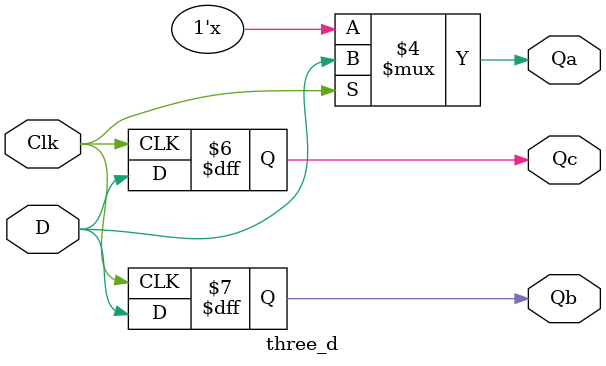
<source format=v>
`timescale 1ns / 1ps


module three_d(
    input Clk, D,
    output reg Qa, Qb, Qc);
    
    always @ * begin
        if (Clk) Qa <= D;
    end
    
    always @(posedge Clk) begin
        Qb <= D;
    end
    
    always @(negedge Clk) begin
        Qc <= D;
    end
    
endmodule

</source>
